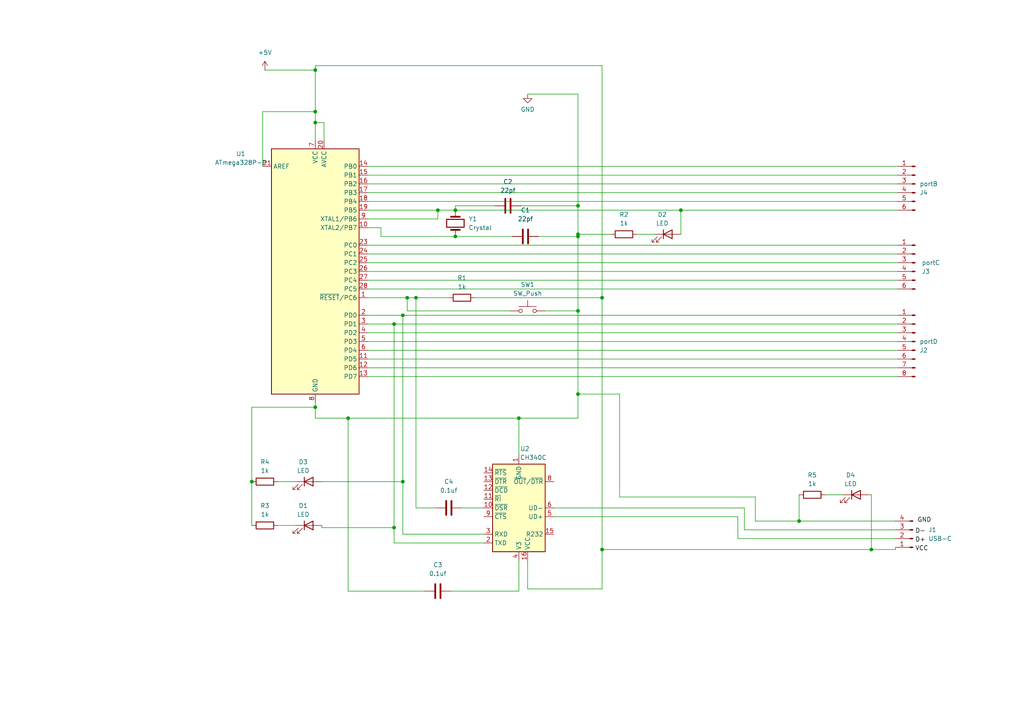
<source format=kicad_sch>
(kicad_sch (version 20230121) (generator eeschema)
  (paper "A4")
  (lib_symbols
    (symbol "Connector:Conn_01x04_Pin" (pin_names (offset 1.016) hide)
      (property "Reference" "J" (at 0 5.08 0))
      (property "Value" "Conn_01x04_Pin" (at 0 -7.62 0))
      (symbol "Conn_01x04_Pin_1_1"
        (polyline (pts (xy 1.27 -5.08) (xy 0.8636 -5.08)) (stroke (width 0.1524)))
        (polyline (pts (xy 1.27 -2.54) (xy 0.8636 -2.54)) (stroke (width 0.1524)))
        (polyline (pts (xy 1.27 0) (xy 0.8636 0)) (stroke (width 0.1524)))
        (polyline (pts (xy 1.27 2.54) (xy 0.8636 2.54)) (stroke (width 0.1524)))
        (rectangle (start 0.8636 -4.953) (end 0 -5.207) (stroke (width 0.1524)) (fill (type outline)))
        (rectangle (start 0.8636 -2.413) (end 0 -2.667) (stroke (width 0.1524)) (fill (type outline)))
        (rectangle (start 0.8636 0.127) (end 0 -0.127) (stroke (width 0.1524)) (fill (type outline)))
        (rectangle (start 0.8636 2.667) (end 0 2.413) (stroke (width 0.1524)) (fill (type outline)))
        (pin passive line (at 5.08 2.54 180) (length 3.81) (name "Pin_1") (number "1"))
        (pin passive line (at 5.08 0 180) (length 3.81) (name "Pin_2") (number "2"))
        (pin passive line (at 5.08 -2.54 180) (length 3.81) (name "Pin_3") (number "3"))
        (pin passive line (at 5.08 -5.08 180) (length 3.81) (name "Pin_4") (number "4"))
      )
    )
    (symbol "Connector:Conn_01x06_Pin" (pin_names (offset 1.016) hide)
      (property "Reference" "J" (at 0 7.62 0))
      (property "Value" "Conn_01x06_Pin" (at 0 -10.16 0))
      (symbol "Conn_01x06_Pin_1_1"
        (polyline (pts (xy 1.27 -7.62) (xy 0.8636 -7.62)) (stroke (width 0.1524)))
        (polyline (pts (xy 1.27 -5.08) (xy 0.8636 -5.08)) (stroke (width 0.1524)))
        (polyline (pts (xy 1.27 -2.54) (xy 0.8636 -2.54)) (stroke (width 0.1524)))
        (polyline (pts (xy 1.27 0) (xy 0.8636 0)) (stroke (width 0.1524)))
        (polyline (pts (xy 1.27 2.54) (xy 0.8636 2.54)) (stroke (width 0.1524)))
        (polyline (pts (xy 1.27 5.08) (xy 0.8636 5.08)) (stroke (width 0.1524)))
        (rectangle (start 0.8636 -7.493) (end 0 -7.747) (stroke (width 0.1524)) (fill (type outline)))
        (rectangle (start 0.8636 -4.953) (end 0 -5.207) (stroke (width 0.1524)) (fill (type outline)))
        (rectangle (start 0.8636 -2.413) (end 0 -2.667) (stroke (width 0.1524)) (fill (type outline)))
        (rectangle (start 0.8636 0.127) (end 0 -0.127) (stroke (width 0.1524)) (fill (type outline)))
        (rectangle (start 0.8636 2.667) (end 0 2.413) (stroke (width 0.1524)) (fill (type outline)))
        (rectangle (start 0.8636 5.207) (end 0 4.953) (stroke (width 0.1524)) (fill (type outline)))
        (pin passive line (at 5.08 5.08 180) (length 3.81) (name "Pin_1") (number "1"))
        (pin passive line (at 5.08 2.54 180) (length 3.81) (name "Pin_2") (number "2"))
        (pin passive line (at 5.08 0 180) (length 3.81) (name "Pin_3") (number "3"))
        (pin passive line (at 5.08 -2.54 180) (length 3.81) (name "Pin_4") (number "4"))
        (pin passive line (at 5.08 -5.08 180) (length 3.81) (name "Pin_5") (number "5"))
        (pin passive line (at 5.08 -7.62 180) (length 3.81) (name "Pin_6") (number "6"))
      )
    )
    (symbol "Connector:Conn_01x08_Pin" (pin_names (offset 1.016) hide)
      (property "Reference" "J" (at 0 10.16 0))
      (property "Value" "Conn_01x08_Pin" (at 0 -12.7 0))
      (symbol "Conn_01x08_Pin_1_1"
        (polyline (pts (xy 1.27 -10.16) (xy 0.8636 -10.16)) (stroke (width 0.1524)))
        (polyline (pts (xy 1.27 -7.62) (xy 0.8636 -7.62)) (stroke (width 0.1524)))
        (polyline (pts (xy 1.27 -5.08) (xy 0.8636 -5.08)) (stroke (width 0.1524)))
        (polyline (pts (xy 1.27 -2.54) (xy 0.8636 -2.54)) (stroke (width 0.1524)))
        (polyline (pts (xy 1.27 0) (xy 0.8636 0)) (stroke (width 0.1524)))
        (polyline (pts (xy 1.27 2.54) (xy 0.8636 2.54)) (stroke (width 0.1524)))
        (polyline (pts (xy 1.27 5.08) (xy 0.8636 5.08)) (stroke (width 0.1524)))
        (polyline (pts (xy 1.27 7.62) (xy 0.8636 7.62)) (stroke (width 0.1524)))
        (rectangle (start 0.8636 -10.033) (end 0 -10.287) (stroke (width 0.1524)) (fill (type outline)))
        (rectangle (start 0.8636 -7.493) (end 0 -7.747) (stroke (width 0.1524)) (fill (type outline)))
        (rectangle (start 0.8636 -4.953) (end 0 -5.207) (stroke (width 0.1524)) (fill (type outline)))
        (rectangle (start 0.8636 -2.413) (end 0 -2.667) (stroke (width 0.1524)) (fill (type outline)))
        (rectangle (start 0.8636 0.127) (end 0 -0.127) (stroke (width 0.1524)) (fill (type outline)))
        (rectangle (start 0.8636 2.667) (end 0 2.413) (stroke (width 0.1524)) (fill (type outline)))
        (rectangle (start 0.8636 5.207) (end 0 4.953) (stroke (width 0.1524)) (fill (type outline)))
        (rectangle (start 0.8636 7.747) (end 0 7.493) (stroke (width 0.1524)) (fill (type outline)))
        (pin passive line (at 5.08 7.62 180) (length 3.81) (name "Pin_1") (number "1"))
        (pin passive line (at 5.08 5.08 180) (length 3.81) (name "Pin_2") (number "2"))
        (pin passive line (at 5.08 2.54 180) (length 3.81) (name "Pin_3") (number "3"))
        (pin passive line (at 5.08 0 180) (length 3.81) (name "Pin_4") (number "4"))
        (pin passive line (at 5.08 -2.54 180) (length 3.81) (name "Pin_5") (number "5"))
        (pin passive line (at 5.08 -5.08 180) (length 3.81) (name "Pin_6") (number "6"))
        (pin passive line (at 5.08 -7.62 180) (length 3.81) (name "Pin_7") (number "7"))
        (pin passive line (at 5.08 -10.16 180) (length 3.81) (name "Pin_8") (number "8"))
      )
    )
    (symbol "Device:C" (pin_numbers hide) (pin_names (offset 0.254))
      (property "Reference" "C" (at 0.635 2.54 0))
      (property "Value" "C" (at 0.635 -2.54 0))
      (symbol "C_0_1"
        (polyline (pts (xy -2.032 -0.762) (xy 2.032 -0.762)) (stroke (width 0.508)))
        (polyline (pts (xy -2.032 0.762) (xy 2.032 0.762)) (stroke (width 0.508)))
      )
      (symbol "C_1_1"
        (pin passive line (at 0 3.81 270) (length 2.794) (name "~") (number "1"))
        (pin passive line (at 0 -3.81 90) (length 2.794) (name "~") (number "2"))
      )
    )
    (symbol "Device:Crystal" (pin_numbers hide) (pin_names (offset 1.016) hide)
      (property "Reference" "Y" (at 0 3.81 0))
      (property "Value" "Crystal" (at 0 -3.81 0))
      (symbol "Crystal_0_1"
        (rectangle (start -1.143 2.54) (end 1.143 -2.54) (stroke (width 0.3048)))
        (polyline (pts (xy -2.54 0) (xy -1.905 0)))
        (polyline (pts (xy -1.905 -1.27) (xy -1.905 1.27)) (stroke (width 0.508)))
        (polyline (pts (xy 1.905 -1.27) (xy 1.905 1.27)) (stroke (width 0.508)))
        (polyline (pts (xy 2.54 0) (xy 1.905 0)))
      )
      (symbol "Crystal_1_1"
        (pin passive line (at -3.81 0 0) (length 1.27) (name "1") (number "1"))
        (pin passive line (at 3.81 0 180) (length 1.27) (name "2") (number "2"))
      )
    )
    (symbol "Device:LED" (pin_numbers hide) (pin_names (offset 1.016) hide)
      (property "Reference" "D" (at 0 2.54 0))
      (property "Value" "LED" (at 0 -2.54 0))
      (symbol "LED_0_1"
        (polyline (pts (xy -1.27 -1.27) (xy -1.27 1.27)) (stroke (width 0.254)))
        (polyline (pts (xy -1.27 0) (xy 1.27 0)))
        (polyline (pts (xy 1.27 -1.27) (xy 1.27 1.27) (xy -1.27 0) (xy 1.27 -1.27)) (stroke (width 0.254)))
        (polyline (pts (xy -3.048 -0.762) (xy -4.572 -2.286) (xy -3.81 -2.286) (xy -4.572 -2.286) (xy -4.572 -1.524)))
        (polyline (pts (xy -1.778 -0.762) (xy -3.302 -2.286) (xy -2.54 -2.286) (xy -3.302 -2.286) (xy -3.302 -1.524)))
      )
      (symbol "LED_1_1"
        (pin passive line (at -3.81 0 0) (length 2.54) (name "K") (number "1"))
        (pin passive line (at 3.81 0 180) (length 2.54) (name "A") (number "2"))
      )
    )
    (symbol "Device:R" (pin_numbers hide) (pin_names (offset 0))
      (property "Reference" "R" (at 2.032 0 90))
      (property "Value" "R" (at 0 0 90))
      (symbol "R_0_1"
        (rectangle (start -1.016 -2.54) (end 1.016 2.54) (stroke (width 0.254)))
      )
      (symbol "R_1_1"
        (pin passive line (at 0 3.81 270) (length 1.27) (name "~") (number "1"))
        (pin passive line (at 0 -3.81 90) (length 1.27) (name "~") (number "2"))
      )
    )
    (symbol "Interface_USB:CH340C"
      (property "Reference" "U" (at -5.08 13.97 0))
      (property "Value" "CH340C" (at 1.27 13.97 0))
      (symbol "CH340C_0_1"
        (rectangle (start -7.62 12.7) (end 7.62 -12.7) (stroke (width 0.254)) (fill (type background)))
      )
      (symbol "CH340C_1_1"
        (pin power_in line (at 0 -15.24 90) (length 2.54) (name "GND") (number "1"))
        (pin input line (at 10.16 0 180) (length 2.54) (name "~{DSR}") (number "10"))
        (pin input line (at 10.16 -2.54 180) (length 2.54) (name "~{RI}") (number "11"))
        (pin input line (at 10.16 -5.08 180) (length 2.54) (name "~{DCD}") (number "12"))
        (pin output line (at 10.16 -7.62 180) (length 2.54) (name "~{DTR}") (number "13"))
        (pin output line (at 10.16 -10.16 180) (length 2.54) (name "~{RTS}") (number "14"))
        (pin input line (at -10.16 7.62 0) (length 2.54) (name "R232") (number "15"))
        (pin power_in line (at -2.54 15.24 270) (length 2.54) (name "VCC") (number "16"))
        (pin output line (at 10.16 10.16 180) (length 2.54) (name "TXD") (number "2"))
        (pin input line (at 10.16 7.62 180) (length 2.54) (name "RXD") (number "3"))
        (pin power_out line (at 0 15.24 270) (length 2.54) (name "V3") (number "4"))
        (pin bidirectional line (at -10.16 2.54 0) (length 2.54) (name "UD+") (number "5"))
        (pin bidirectional line (at -10.16 0 0) (length 2.54) (name "UD-") (number "6"))
        (pin no_connect line (at -7.62 -5.08 0) (length 2.54) hide (name "NC") (number "7"))
        (pin output line (at -10.16 -7.62 0) (length 2.54) (name "~{OUT}/~{DTR}") (number "8"))
        (pin input line (at 10.16 2.54 180) (length 2.54) (name "~{CTS}") (number "9"))
      )
    )
    (symbol "MCU_Microchip_ATmega:ATmega328P-P"
      (property "Reference" "U" (at -12.7 36.83 0))
      (property "Value" "ATmega328P-P" (at 2.54 -36.83 0))
      (symbol "ATmega328P-P_0_1"
        (rectangle (start -12.7 -35.56) (end 12.7 35.56) (stroke (width 0.254)) (fill (type background)))
      )
      (symbol "ATmega328P-P_1_1"
        (pin bidirectional line (at 15.24 -7.62 180) (length 2.54) (name "~{RESET}/PC6") (number "1"))
        (pin bidirectional line (at 15.24 12.7 180) (length 2.54) (name "XTAL2/PB7") (number "10"))
        (pin bidirectional line (at 15.24 -25.4 180) (length 2.54) (name "PD5") (number "11"))
        (pin bidirectional line (at 15.24 -27.94 180) (length 2.54) (name "PD6") (number "12"))
        (pin bidirectional line (at 15.24 -30.48 180) (length 2.54) (name "PD7") (number "13"))
        (pin bidirectional line (at 15.24 30.48 180) (length 2.54) (name "PB0") (number "14"))
        (pin bidirectional line (at 15.24 27.94 180) (length 2.54) (name "PB1") (number "15"))
        (pin bidirectional line (at 15.24 25.4 180) (length 2.54) (name "PB2") (number "16"))
        (pin bidirectional line (at 15.24 22.86 180) (length 2.54) (name "PB3") (number "17"))
        (pin bidirectional line (at 15.24 20.32 180) (length 2.54) (name "PB4") (number "18"))
        (pin bidirectional line (at 15.24 17.78 180) (length 2.54) (name "PB5") (number "19"))
        (pin bidirectional line (at 15.24 -12.7 180) (length 2.54) (name "PD0") (number "2"))
        (pin power_in line (at 2.54 38.1 270) (length 2.54) (name "AVCC") (number "20"))
        (pin passive line (at -15.24 30.48 0) (length 2.54) (name "AREF") (number "21"))
        (pin passive line (at 0 -38.1 90) (length 2.54) hide (name "GND") (number "22"))
        (pin bidirectional line (at 15.24 7.62 180) (length 2.54) (name "PC0") (number "23"))
        (pin bidirectional line (at 15.24 5.08 180) (length 2.54) (name "PC1") (number "24"))
        (pin bidirectional line (at 15.24 2.54 180) (length 2.54) (name "PC2") (number "25"))
        (pin bidirectional line (at 15.24 0 180) (length 2.54) (name "PC3") (number "26"))
        (pin bidirectional line (at 15.24 -2.54 180) (length 2.54) (name "PC4") (number "27"))
        (pin bidirectional line (at 15.24 -5.08 180) (length 2.54) (name "PC5") (number "28"))
        (pin bidirectional line (at 15.24 -15.24 180) (length 2.54) (name "PD1") (number "3"))
        (pin bidirectional line (at 15.24 -17.78 180) (length 2.54) (name "PD2") (number "4"))
        (pin bidirectional line (at 15.24 -20.32 180) (length 2.54) (name "PD3") (number "5"))
        (pin bidirectional line (at 15.24 -22.86 180) (length 2.54) (name "PD4") (number "6"))
        (pin power_in line (at 0 38.1 270) (length 2.54) (name "VCC") (number "7"))
        (pin power_in line (at 0 -38.1 90) (length 2.54) (name "GND") (number "8"))
        (pin bidirectional line (at 15.24 15.24 180) (length 2.54) (name "XTAL1/PB6") (number "9"))
      )
    )
    (symbol "Switch:SW_Push" (pin_numbers hide) (pin_names (offset 1.016) hide)
      (property "Reference" "SW" (at 1.27 2.54 0))
      (property "Value" "SW_Push" (at 0 -1.524 0))
      (symbol "SW_Push_0_1"
        (circle (center -2.032 0) (radius 0.508))
        (polyline (pts (xy 0 1.27) (xy 0 3.048)))
        (polyline (pts (xy 2.54 1.27) (xy -2.54 1.27)))
        (circle (center 2.032 0) (radius 0.508))
        (pin passive line (at -5.08 0 0) (length 2.54) (name "1") (number "1"))
        (pin passive line (at 5.08 0 180) (length 2.54) (name "2") (number "2"))
      )
    )
    (symbol "power:+5V" (power) (pin_names (offset 0))
      (property "Value" "+5V" (at 0 3.556 0))
      (symbol "+5V_0_1"
        (polyline (pts (xy -0.762 1.27) (xy 0 2.54)))
        (polyline (pts (xy 0 0) (xy 0 2.54)))
        (polyline (pts (xy 0 2.54) (xy 0.762 1.27)))
      )
      (symbol "+5V_1_1"
        (pin power_in line (at 0 0 90) (length 0) hide (name "+5V") (number "1"))
      )
    )
    (symbol "power:GND" (power) (pin_names (offset 0))
      (property "Value" "GND" (at 0 -3.81 0))
      (symbol "GND_0_1"
        (polyline (pts (xy 0 0) (xy 0 -1.27) (xy 1.27 -1.27) (xy 0 -2.54) (xy -1.27 -1.27) (xy 0 -1.27)))
      )
      (symbol "GND_1_1"
        (pin power_in line (at 0 0 270) (length 0) hide (name "GND") (number "1"))
      )
    )
  )
  (junction (at 132.08 60.96))
  (junction (at 118.11 86.36))
  (junction (at 116.84 139.7))
  (junction (at 252.73 159.385))
  (junction (at 100.965 121.285))
  (junction (at 174.625 86.36))
  (junction (at 91.44 118.11))
  (junction (at 167.64 67.945))
  (junction (at 73.025 139.7))
  (junction (at 167.64 114.3))
  (junction (at 167.64 90.17))
  (junction (at 174.625 159.385))
  (junction (at 91.44 20.32))
  (junction (at 167.64 68.58))
  (junction (at 132.08 68.58))
  (junction (at 127 60.96))
  (junction (at 150.495 121.285))
  (junction (at 197.485 60.96))
  (junction (at 114.3 93.98))
  (junction (at 116.84 91.44))
  (junction (at 91.44 35.56))
  (junction (at 91.44 32.385))
  (junction (at 114.3 153.035))
  (junction (at 231.775 151.13))
  (junction (at 120.65 86.36))
  (junction (at 167.64 59.69))
  (wire (pts (xy 114.3 157.48) (xy 114.3 153.035)))
  (wire (pts (xy 184.785 67.945) (xy 189.865 67.945)))
  (wire (pts (xy 114.3 93.98) (xy 260.35 93.98)))
  (wire (pts (xy 106.68 78.74) (xy 260.35 78.74)))
  (wire (pts (xy 239.395 143.51) (xy 244.475 143.51)))
  (wire (pts (xy 106.68 76.2) (xy 260.35 76.2)))
  (wire (pts (xy 167.64 114.3) (xy 167.64 121.285)))
  (wire (pts (xy 153.035 170.815) (xy 174.625 170.815)))
  (wire (pts (xy 179.705 114.3) (xy 167.64 114.3)))
  (wire (pts (xy 110.49 66.04) (xy 106.68 66.04)))
  (wire (pts (xy 259.715 158.75) (xy 259.715 159.385)))
  (wire (pts (xy 127 63.5) (xy 106.68 63.5)))
  (wire (pts (xy 120.65 86.36) (xy 120.65 147.32)))
  (wire (pts (xy 259.715 151.13) (xy 231.775 151.13)))
  (wire (pts (xy 100.965 121.285) (xy 100.965 171.45)))
  (wire (pts (xy 106.68 101.6) (xy 260.35 101.6)))
  (wire (pts (xy 127 60.96) (xy 132.08 60.96)))
  (wire (pts (xy 100.965 171.45) (xy 123.19 171.45)))
  (wire (pts (xy 127 60.96) (xy 127 63.5)))
  (wire (pts (xy 106.68 58.42) (xy 260.35 58.42)))
  (wire (pts (xy 197.485 60.96) (xy 197.485 67.945)))
  (wire (pts (xy 156.21 68.58) (xy 167.64 68.58)))
  (wire (pts (xy 118.11 90.17) (xy 118.11 86.36)))
  (wire (pts (xy 91.44 118.11) (xy 91.44 121.285)))
  (wire (pts (xy 106.68 55.88) (xy 260.35 55.88)))
  (wire (pts (xy 114.3 157.48) (xy 140.335 157.48)))
  (wire (pts (xy 80.645 152.4) (xy 85.725 152.4)))
  (wire (pts (xy 167.64 27.305) (xy 167.64 59.69)))
  (wire (pts (xy 167.64 67.945) (xy 177.165 67.945)))
  (wire (pts (xy 106.68 96.52) (xy 260.35 96.52)))
  (wire (pts (xy 93.345 153.035) (xy 93.345 152.4)))
  (wire (pts (xy 219.075 151.13) (xy 219.075 144.145)))
  (wire (pts (xy 91.44 32.385) (xy 91.44 35.56)))
  (wire (pts (xy 106.68 73.66) (xy 260.35 73.66)))
  (wire (pts (xy 174.625 86.36) (xy 174.625 159.385)))
  (wire (pts (xy 252.73 143.51) (xy 252.095 143.51)))
  (wire (pts (xy 93.345 139.7) (xy 116.84 139.7)))
  (wire (pts (xy 174.625 159.385) (xy 174.625 170.815)))
  (wire (pts (xy 160.655 149.86) (xy 213.995 149.86)))
  (wire (pts (xy 179.705 144.145) (xy 179.705 114.3)))
  (wire (pts (xy 174.625 19.05) (xy 91.44 19.05)))
  (wire (pts (xy 151.13 59.69) (xy 167.64 59.69)))
  (wire (pts (xy 259.715 159.385) (xy 252.73 159.385)))
  (wire (pts (xy 158.115 90.17) (xy 167.64 90.17)))
  (wire (pts (xy 213.995 149.86) (xy 213.995 156.21)))
  (wire (pts (xy 174.625 19.05) (xy 174.625 86.36)))
  (wire (pts (xy 213.995 156.21) (xy 259.715 156.21)))
  (wire (pts (xy 73.025 139.7) (xy 73.025 152.4)))
  (wire (pts (xy 231.775 151.13) (xy 219.075 151.13)))
  (wire (pts (xy 80.645 139.7) (xy 85.725 139.7)))
  (wire (pts (xy 106.68 48.26) (xy 260.35 48.26)))
  (wire (pts (xy 160.655 147.32) (xy 215.9 147.32)))
  (wire (pts (xy 76.2 48.26) (xy 76.2 32.385)))
  (wire (pts (xy 116.84 139.7) (xy 116.84 91.44)))
  (wire (pts (xy 147.955 90.17) (xy 118.11 90.17)))
  (wire (pts (xy 91.44 20.32) (xy 91.44 32.385)))
  (wire (pts (xy 76.2 32.385) (xy 91.44 32.385)))
  (wire (pts (xy 76.835 20.32) (xy 91.44 20.32)))
  (wire (pts (xy 120.65 147.32) (xy 126.365 147.32)))
  (wire (pts (xy 132.08 68.58) (xy 110.49 68.58)))
  (wire (pts (xy 106.68 99.06) (xy 260.35 99.06)))
  (wire (pts (xy 116.84 91.44) (xy 260.35 91.44)))
  (wire (pts (xy 106.68 60.96) (xy 127 60.96)))
  (wire (pts (xy 116.84 154.94) (xy 116.84 139.7)))
  (wire (pts (xy 167.64 67.945) (xy 167.64 68.58)))
  (wire (pts (xy 93.98 35.56) (xy 91.44 35.56)))
  (wire (pts (xy 91.44 19.05) (xy 91.44 20.32)))
  (wire (pts (xy 215.9 153.67) (xy 259.715 153.67)))
  (wire (pts (xy 219.075 144.145) (xy 179.705 144.145)))
  (wire (pts (xy 167.64 90.17) (xy 167.64 114.3)))
  (wire (pts (xy 114.3 153.035) (xy 114.3 93.98)))
  (wire (pts (xy 150.495 162.56) (xy 150.495 171.45)))
  (wire (pts (xy 132.08 60.96) (xy 132.08 59.69)))
  (wire (pts (xy 91.44 121.285) (xy 100.965 121.285)))
  (wire (pts (xy 106.68 93.98) (xy 114.3 93.98)))
  (wire (pts (xy 132.08 68.58) (xy 148.59 68.58)))
  (wire (pts (xy 231.775 143.51) (xy 231.775 151.13)))
  (wire (pts (xy 100.965 121.285) (xy 150.495 121.285)))
  (wire (pts (xy 110.49 68.58) (xy 110.49 66.04)))
  (wire (pts (xy 106.68 104.14) (xy 260.35 104.14)))
  (wire (pts (xy 93.98 40.64) (xy 93.98 35.56)))
  (wire (pts (xy 215.9 147.32) (xy 215.9 153.67)))
  (wire (pts (xy 106.68 83.82) (xy 260.35 83.82)))
  (wire (pts (xy 140.335 154.94) (xy 116.84 154.94)))
  (wire (pts (xy 106.68 91.44) (xy 116.84 91.44)))
  (wire (pts (xy 150.495 121.285) (xy 167.64 121.285)))
  (wire (pts (xy 118.11 86.36) (xy 120.65 86.36)))
  (wire (pts (xy 133.985 147.32) (xy 140.335 147.32)))
  (wire (pts (xy 167.64 27.305) (xy 153.035 27.305)))
  (wire (pts (xy 132.08 59.69) (xy 143.51 59.69)))
  (wire (pts (xy 120.65 86.36) (xy 130.175 86.36)))
  (wire (pts (xy 106.68 81.28) (xy 260.35 81.28)))
  (wire (pts (xy 153.035 162.56) (xy 153.035 170.815)))
  (wire (pts (xy 106.68 106.68) (xy 260.35 106.68)))
  (wire (pts (xy 252.73 159.385) (xy 174.625 159.385)))
  (wire (pts (xy 132.08 60.96) (xy 197.485 60.96)))
  (wire (pts (xy 106.68 109.22) (xy 260.35 109.22)))
  (wire (pts (xy 150.495 121.285) (xy 150.495 132.08)))
  (wire (pts (xy 252.73 159.385) (xy 252.73 143.51)))
  (wire (pts (xy 106.68 71.12) (xy 260.35 71.12)))
  (wire (pts (xy 106.68 50.8) (xy 260.35 50.8)))
  (wire (pts (xy 137.795 86.36) (xy 174.625 86.36)))
  (wire (pts (xy 106.68 86.36) (xy 118.11 86.36)))
  (wire (pts (xy 150.495 171.45) (xy 130.81 171.45)))
  (wire (pts (xy 197.485 60.96) (xy 260.35 60.96)))
  (wire (pts (xy 167.64 59.69) (xy 167.64 67.945)))
  (wire (pts (xy 91.44 35.56) (xy 91.44 40.64)))
  (wire (pts (xy 167.64 68.58) (xy 167.64 90.17)))
  (wire (pts (xy 91.44 116.84) (xy 91.44 118.11)))
  (wire (pts (xy 73.025 118.11) (xy 91.44 118.11)))
  (wire (pts (xy 114.3 153.035) (xy 93.345 153.035)))
  (wire (pts (xy 73.025 139.7) (xy 73.025 118.11)))
  (wire (pts (xy 106.68 53.34) (xy 260.35 53.34)))
  (label "VCC" (at 265.43 160.02 0))
  (label "GND" (at 266.065 151.765 0))
  (label "D-" (at 265.43 154.94 0))
  (label "D+" (at 265.43 157.48 0))
  (symbol (lib_id "Device:R") (at 235.585 143.51 90) (unit 1)
    (property "Reference" "R5" (at 235.585 137.795 90))
    (property "Value" "1k" (at 235.585 140.335 90))
    (property "Footprint" "Resistor_SMD:R_1206_3216Metric_Pad1.30x1.75mm_HandSolder" (effects hide))
  )
  (symbol (lib_id "Interface_USB:CH340C") (at 150.495 147.32 180) (unit 1)
    (property "Reference" "U2" (at 150.8409 130.175 0) (effects (justify right)))
    (property "Value" "CH340C" (at 150.8409 132.715 0) (effects (justify right)))
    (property "Footprint" "Package_SO:SOIC-16_3.9x9.9mm_P1.27mm" (effects hide))
    (property "Datasheet" "https://datasheet.lcsc.com/szlcsc/Jiangsu-Qin-Heng-CH340C_C84681.pdf" (effects hide))
  )
  (symbol (lib_id "power:GND") (at 153.035 27.305 0) (unit 1)
    (property "Reference" "#PWR01" (effects hide))
    (property "Value" "GND" (at 153.035 31.75 0))
  )
  (symbol (lib_id "Device:R") (at 180.975 67.945 90) (unit 1)
    (property "Reference" "R2" (at 180.975 62.23 90))
    (property "Value" "1k" (at 180.975 64.77 90))
    (property "Footprint" "Resistor_SMD:R_1206_3216Metric_Pad1.30x1.75mm_HandSolder" (effects hide))
  )
  (symbol (lib_id "Connector:Conn_01x04_Pin") (at 264.795 156.21 180) (unit 1)
    (property "Reference" "J1" (at 269.24 153.67 0) (effects (justify right)))
    (property "Value" "USB-C" (at 269.24 156.21 0) (effects (justify right)))
    (property "Footprint" "Connector_PinHeader_2.54mm:PinHeader_1x04_P2.54mm_Horizontal" (effects hide))
  )
  (symbol (lib_id "Device:LED") (at 248.285 143.51 0) (unit 1)
    (property "Reference" "D4" (at 246.6975 137.795 0))
    (property "Value" "LED" (at 246.6975 140.335 0))
    (property "Footprint" "LED_SMD:LED_1206_3216Metric_Pad1.42x1.75mm_HandSolder" (effects hide))
  )
  (symbol (lib_id "Device:C") (at 130.175 147.32 270) (unit 1)
    (property "Reference" "C4" (at 130.175 139.7 90))
    (property "Value" "0.1uf" (at 130.175 142.24 90))
    (property "Footprint" "Capacitor_SMD:C_1206_3216Metric_Pad1.33x1.80mm_HandSolder" (effects hide))
  )
  (symbol (lib_id "Connector:Conn_01x08_Pin") (at 265.43 99.06 0) (mirror y) (unit 1)
    (property "Reference" "J2" (at 266.7 101.6 0) (effects (justify right)))
    (property "Value" "portD" (at 266.7 99.06 0) (effects (justify right)))
    (property "Footprint" "Connector_PinHeader_2.54mm:PinHeader_1x08_P2.54mm_Horizontal" (effects hide))
  )
  (symbol (lib_id "power:+5V") (at 76.835 20.32 0) (unit 1)
    (property "Reference" "#PWR02" (effects hide))
    (property "Value" "+5V" (at 76.835 15.24 0))
  )
  (symbol (lib_id "MCU_Microchip_ATmega:ATmega328P-P") (at 91.44 78.74 0) (unit 1)
    (property "Reference" "U1" (at 69.85 44.6121 0))
    (property "Value" "ATmega328P-P" (at 69.85 47.1521 0))
    (property "Footprint" "Package_QFP:TQFP-32_7x7mm_P0.8mm" (effects hide))
    (property "Datasheet" "http://ww1.microchip.com/downloads/en/DeviceDoc/ATmega328_P%20AVR%20MCU%20with%20picoPower%20Technology%20Data%20Sheet%2040001984A.pdf" (effects hide))
  )
  (symbol (lib_id "Device:C") (at 152.4 68.58 270) (unit 1)
    (property "Reference" "C1" (at 152.4 60.96 90))
    (property "Value" "22pf" (at 152.4 63.5 90))
    (property "Footprint" "Capacitor_SMD:C_1206_3216Metric_Pad1.33x1.80mm_HandSolder" (effects hide))
  )
  (symbol (lib_id "Device:R") (at 76.835 152.4 90) (unit 1)
    (property "Reference" "R3" (at 76.835 146.685 90))
    (property "Value" "1k" (at 76.835 149.225 90))
    (property "Footprint" "Resistor_SMD:R_1206_3216Metric_Pad1.30x1.75mm_HandSolder" (effects hide))
  )
  (symbol (lib_id "Device:C") (at 127 171.45 270) (unit 1)
    (property "Reference" "C3" (at 127 163.83 90))
    (property "Value" "0.1uf" (at 127 166.37 90))
    (property "Footprint" "Capacitor_SMD:C_1206_3216Metric_Pad1.33x1.80mm_HandSolder" (effects hide))
  )
  (symbol (lib_id "Device:LED") (at 193.675 67.945 0) (unit 1)
    (property "Reference" "D2" (at 192.0875 62.23 0))
    (property "Value" "LED" (at 192.0875 64.77 0))
    (property "Footprint" "LED_SMD:LED_1206_3216Metric_Pad1.42x1.75mm_HandSolder" (effects hide))
  )
  (symbol (lib_id "Switch:SW_Push") (at 153.035 90.17 0) (unit 1)
    (property "Reference" "SW1" (at 153.035 82.55 0))
    (property "Value" "SW_Push" (at 153.035 85.09 0))
    (property "Footprint" "Button_Switch_SMD:Nidec_Copal_SH-7040B" (effects hide))
  )
  (symbol (lib_id "Connector:Conn_01x06_Pin") (at 265.43 53.34 0) (mirror y) (unit 1)
    (property "Reference" "J4" (at 266.7 55.88 0) (effects (justify right)))
    (property "Value" "portB" (at 266.7 53.34 0) (effects (justify right)))
    (property "Footprint" "Connector_PinHeader_2.54mm:PinHeader_1x06_P2.54mm_Horizontal" (effects hide))
  )
  (symbol (lib_id "Connector:Conn_01x06_Pin") (at 265.43 76.2 0) (mirror y) (unit 1)
    (property "Reference" "J3" (at 267.335 78.74 0) (effects (justify right)))
    (property "Value" "portC" (at 267.335 76.2 0) (effects (justify right)))
    (property "Footprint" "Connector_PinHeader_2.54mm:PinHeader_1x06_P2.54mm_Horizontal" (effects hide))
  )
  (symbol (lib_id "Device:R") (at 133.985 86.36 90) (unit 1)
    (property "Reference" "R1" (at 133.985 80.645 90))
    (property "Value" "1k" (at 133.985 83.185 90))
    (property "Footprint" "Resistor_SMD:R_1206_3216Metric_Pad1.30x1.75mm_HandSolder" (effects hide))
  )
  (symbol (lib_id "Device:Crystal") (at 132.08 64.77 270) (unit 1)
    (property "Reference" "Y1" (at 135.89 63.5 90) (effects (justify left)))
    (property "Value" "Crystal" (at 135.89 66.04 90) (effects (justify left)))
    (property "Footprint" "Crystal:Resonator-2Pin_W10.0mm_H5.0mm" (effects hide))
  )
  (symbol (lib_id "Device:LED") (at 89.535 152.4 0) (unit 1)
    (property "Reference" "D1" (at 87.9475 146.685 0))
    (property "Value" "LED" (at 87.9475 149.225 0))
    (property "Footprint" "LED_SMD:LED_1206_3216Metric_Pad1.42x1.75mm_HandSolder" (effects hide))
  )
  (symbol (lib_id "Device:R") (at 76.835 139.7 90) (unit 1)
    (property "Reference" "R4" (at 76.835 133.985 90))
    (property "Value" "1k" (at 76.835 136.525 90))
    (property "Footprint" "Resistor_SMD:R_1206_3216Metric_Pad1.30x1.75mm_HandSolder" (effects hide))
  )
  (symbol (lib_id "Device:C") (at 147.32 59.69 90) (unit 1)
    (property "Reference" "C2" (at 147.32 52.705 90))
    (property "Value" "22pf" (at 147.32 55.245 90))
    (property "Footprint" "Capacitor_SMD:C_1206_3216Metric_Pad1.33x1.80mm_HandSolder" (effects hide))
  )
  (symbol (lib_id "Device:LED") (at 89.535 139.7 0) (unit 1)
    (property "Reference" "D3" (at 87.9475 133.985 0))
    (property "Value" "LED" (at 87.9475 136.525 0))
    (property "Footprint" "LED_SMD:LED_1206_3216Metric_Pad1.42x1.75mm_HandSolder" (effects hide))
  )
)
</source>
